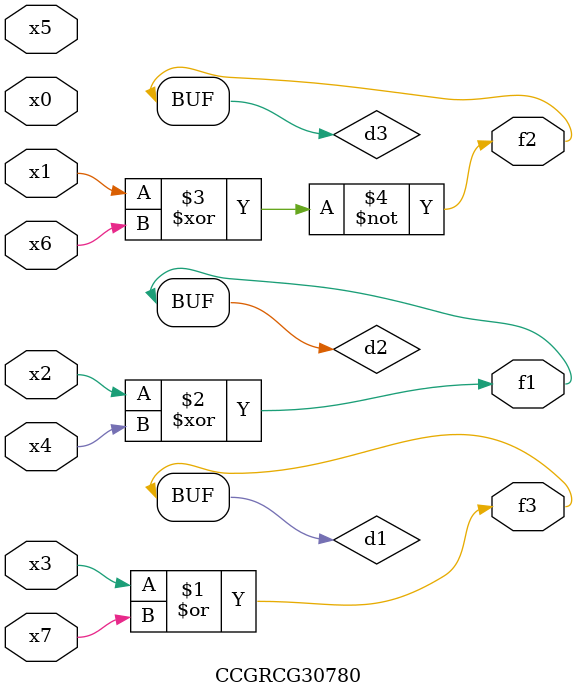
<source format=v>
module CCGRCG30780(
	input x0, x1, x2, x3, x4, x5, x6, x7,
	output f1, f2, f3
);

	wire d1, d2, d3;

	or (d1, x3, x7);
	xor (d2, x2, x4);
	xnor (d3, x1, x6);
	assign f1 = d2;
	assign f2 = d3;
	assign f3 = d1;
endmodule

</source>
